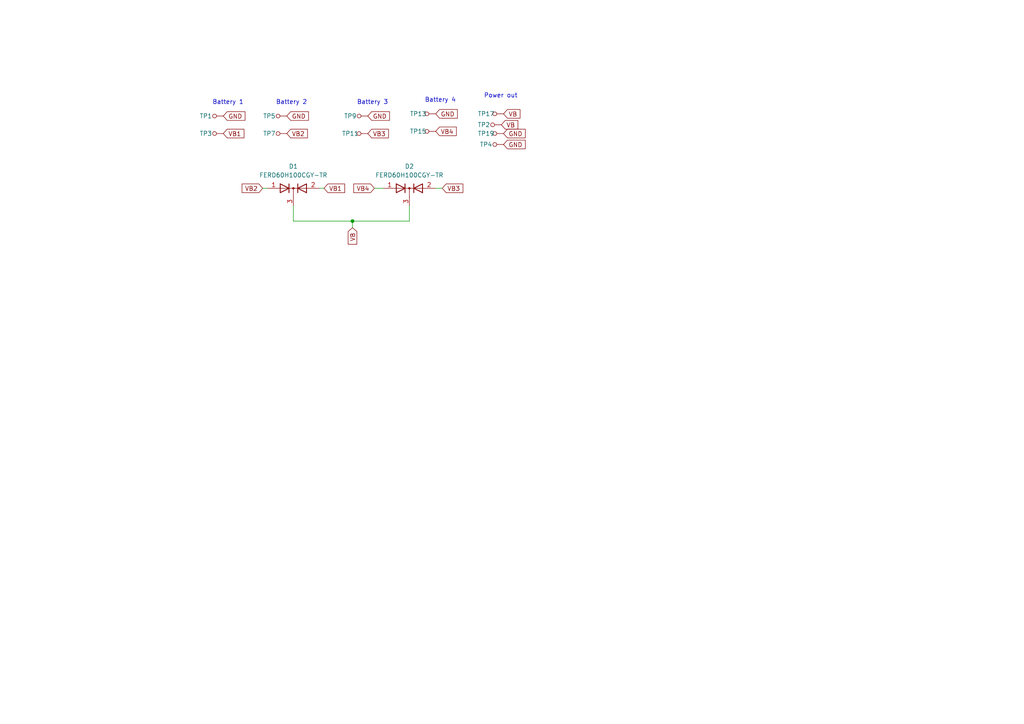
<source format=kicad_sch>
(kicad_sch (version 20230121) (generator eeschema)
  (paper "A4")
  (lib_symbols
    (symbol "Diode:BAV70M" (pin_names (offset 0.762) hide)
      (property "Reference" "D" (at 0.635 -2.54 0))
      (property "Value" "BAV70M" (at 0 2.54 0))
      (symbol "BAV70M_0_1"
        (polyline (pts (xy -3.81 0) (xy 3.81 0)))
        (polyline (pts (xy 0 0) (xy 0 -2.54)))
        (polyline (pts (xy -1.27 -1.27) (xy -1.27 1.27) (xy -1.27 1.27)) (stroke (width 0.254)))
        (polyline (pts (xy 1.27 -1.27) (xy 1.27 1.27) (xy 1.27 1.27)) (stroke (width 0.254)))
        (polyline (pts (xy -3.81 1.27) (xy -1.27 0) (xy -3.81 -1.27) (xy -3.81 1.27) (xy -3.81 1.27) (xy -3.81 1.27)) (stroke (width 0.254)))
        (polyline (pts (xy 3.81 -1.27) (xy 1.27 0) (xy 3.81 1.27) (xy 3.81 -1.27) (xy 3.81 -1.27) (xy 3.81 -1.27)) (stroke (width 0.254)))
        (circle (center 0 0) (radius 0.254) (fill (type outline)))
        (pin passive line (at -7.62 0 0) (length 3.81) (name "A") (number "1"))
        (pin passive line (at 7.62 0 180) (length 3.81) (name "A") (number "2"))
        (pin passive line (at 0 -5.08 90) (length 2.54) (name "K") (number "3"))
      )
    )
    (symbol "dk_Test-Points:5016" (pin_numbers hide) (pin_names (offset 1.016) hide)
      (property "Reference" "TP" (at -1.27 1.27 0))
      (symbol "5016_0_1"
        (circle (center 0 0) (radius 0.5588))
      )
      (symbol "5016_1_1"
        (pin passive line (at 0 2.54 270) (length 1.905) (name "~") (number "1"))
      )
    )
  )
  (junction (at 102.235 64.135))
  (wire (pts (xy 85.09 59.69) (xy 85.09 64.135)))
  (wire (pts (xy 76.2 54.61) (xy 77.47 54.61)))
  (wire (pts (xy 118.745 64.135) (xy 118.745 59.69)))
  (wire (pts (xy 102.235 64.135) (xy 118.745 64.135)))
  (wire (pts (xy 102.235 64.135) (xy 102.235 66.04)))
  (wire (pts (xy 128.27 54.61) (xy 126.365 54.61)))
  (wire (pts (xy 108.585 54.61) (xy 111.125 54.61)))
  (wire (pts (xy 85.09 64.135) (xy 102.235 64.135)))
  (wire (pts (xy 93.98 54.61) (xy 92.71 54.61)))
  (text "Battery 3\n" (at 103.505 30.48 0) (effects (font (size 1.27 1.27)) (justify left bottom)))
  (text "Battery 2\n" (at 80.01 30.48 0) (effects (font (size 1.27 1.27)) (justify left bottom)))
  (text "Battery 1\n" (at 61.595 30.48 0) (effects (font (size 1.27 1.27)) (justify left bottom)))
  (text "Battery 4\n" (at 123.19 29.845 0) (effects (font (size 1.27 1.27)) (justify left bottom)))
  (text "Power out\n" (at 140.335 28.575 0) (effects (font (size 1.27 1.27)) (justify left bottom)))
  (global_label "VB" (shape input) (at 102.235 66.04 270) (property "Intersheetrefs" "${INTERSHEET_REFS}" (effects hide)))
  (global_label "GND" (shape input) (at 64.77 33.655 0) (property "Intersheetrefs" "${INTERSHEET_REFS}" (effects hide)))
  (global_label "GND" (shape input) (at 106.68 33.655 0) (property "Intersheetrefs" "${INTERSHEET_REFS}" (effects hide)))
  (global_label "VB3" (shape input) (at 128.27 54.61 0) (property "Intersheetrefs" "${INTERSHEET_REFS}" (effects hide)))
  (global_label "VB4" (shape input) (at 108.585 54.61 180) (property "Intersheetrefs" "${INTERSHEET_REFS}" (effects hide)))
  (global_label "GND" (shape input) (at 146.05 38.735 0) (property "Intersheetrefs" "${INTERSHEET_REFS}" (effects hide)))
  (global_label "GND" (shape input) (at 126.365 33.02 0) (property "Intersheetrefs" "${INTERSHEET_REFS}" (effects hide)))
  (global_label "VB" (shape input) (at 146.05 33.02 0) (property "Intersheetrefs" "${INTERSHEET_REFS}" (effects hide)))
  (global_label "VB2" (shape input) (at 76.2 54.61 180) (property "Intersheetrefs" "${INTERSHEET_REFS}" (effects hide)))
  (global_label "VB4" (shape input) (at 126.365 38.1 0) (property "Intersheetrefs" "${INTERSHEET_REFS}" (effects hide)))
  (global_label "VB1" (shape input) (at 93.98 54.61 0) (property "Intersheetrefs" "${INTERSHEET_REFS}" (effects hide)))
  (global_label "GND" (shape input) (at 83.185 33.655 0) (property "Intersheetrefs" "${INTERSHEET_REFS}" (effects hide)))
  (global_label "VB" (shape input) (at 145.415 36.195 0) (property "Intersheetrefs" "${INTERSHEET_REFS}" (effects hide)))
  (global_label "GND" (shape input) (at 146.05 41.91 0) (property "Intersheetrefs" "${INTERSHEET_REFS}" (effects hide)))
  (global_label "VB2" (shape input) (at 83.185 38.735 0) (property "Intersheetrefs" "${INTERSHEET_REFS}" (effects hide)))
  (global_label "VB3" (shape input) (at 106.68 38.735 0) (property "Intersheetrefs" "${INTERSHEET_REFS}" (effects hide)))
  (global_label "VB1" (shape input) (at 64.77 38.735 0) (property "Intersheetrefs" "${INTERSHEET_REFS}" (effects hide)))
  (symbol (lib_id "dk_Test-Points:5016") (at 80.645 33.655 270) (unit 1)
    (property "Reference" "TP5" (at 78.105 33.655 90))
    (property "Value" "5016" (effects hide))
    (property "Footprint" "digikey-footprints:Test_Point_3.43x1.78mm" (effects hide))
    (property "Datasheet" "http://www.keyelco.com/product-pdf.cfm?p=1354" (effects hide))
    (property "Digi-Key_PN" "36-5016CT-ND" (effects hide))
    (property "MPN" "5016" (effects hide))
    (property "Category" "Test and Measurement" (effects hide))
    (property "Family" "Test Points" (effects hide))
    (property "DK_Datasheet_Link" "http://www.keyelco.com/product-pdf.cfm?p=1354" (effects hide))
    (property "DK_Detail_Page" "/product-detail/en/keystone-electronics/5016/36-5016CT-ND/278888" (effects hide))
    (property "Description" "PC TEST POINT COMPACT" (effects hide))
    (property "Manufacturer" "Keystone Electronics" (effects hide))
    (property "Status" "Active" (effects hide))
  )
  (symbol (lib_id "dk_Test-Points:5016") (at 123.825 38.1 270) (unit 1)
    (property "Reference" "TP15" (at 121.285 38.1 90))
    (property "Value" "5016" (effects hide))
    (property "Footprint" "digikey-footprints:Test_Point_3.43x1.78mm" (effects hide))
    (property "Datasheet" "http://www.keyelco.com/product-pdf.cfm?p=1354" (effects hide))
    (property "Digi-Key_PN" "36-5016CT-ND" (effects hide))
    (property "MPN" "5016" (effects hide))
    (property "Category" "Test and Measurement" (effects hide))
    (property "Family" "Test Points" (effects hide))
    (property "DK_Datasheet_Link" "http://www.keyelco.com/product-pdf.cfm?p=1354" (effects hide))
    (property "DK_Detail_Page" "/product-detail/en/keystone-electronics/5016/36-5016CT-ND/278888" (effects hide))
    (property "Description" "PC TEST POINT COMPACT" (effects hide))
    (property "Manufacturer" "Keystone Electronics" (effects hide))
    (property "Status" "Active" (effects hide))
  )
  (symbol (lib_id "dk_Test-Points:5016") (at 142.875 36.195 270) (unit 1)
    (property "Reference" "TP2" (at 140.335 36.195 90))
    (property "Value" "5016" (effects hide))
    (property "Footprint" "digikey-footprints:Test_Point_3.43x1.78mm" (effects hide))
    (property "Datasheet" "http://www.keyelco.com/product-pdf.cfm?p=1354" (effects hide))
    (property "Digi-Key_PN" "36-5016CT-ND" (effects hide))
    (property "MPN" "5016" (effects hide))
    (property "Category" "Test and Measurement" (effects hide))
    (property "Family" "Test Points" (effects hide))
    (property "DK_Datasheet_Link" "http://www.keyelco.com/product-pdf.cfm?p=1354" (effects hide))
    (property "DK_Detail_Page" "/product-detail/en/keystone-electronics/5016/36-5016CT-ND/278888" (effects hide))
    (property "Description" "PC TEST POINT COMPACT" (effects hide))
    (property "Manufacturer" "Keystone Electronics" (effects hide))
    (property "Status" "Active" (effects hide))
  )
  (symbol (lib_id "Diode:BAV70M") (at 118.745 54.61 0) (unit 1)
    (property "Reference" "D2" (at 118.745 48.26 0))
    (property "Value" "FERD60H100CGY-TR" (at 118.745 50.8 0))
    (property "Footprint" "Diode_SMD:STPS41L60CG-TR" (effects hide))
    (property "Datasheet" "https://www.digikey.com/en/products/detail/stmicroelectronics/FERD60H100CGY-TR/14324472" (effects hide))
  )
  (symbol (lib_id "dk_Test-Points:5016") (at 143.51 33.02 270) (unit 1)
    (property "Reference" "TP17" (at 140.97 33.02 90))
    (property "Value" "5016" (effects hide))
    (property "Footprint" "digikey-footprints:Test_Point_3.43x1.78mm" (effects hide))
    (property "Datasheet" "http://www.keyelco.com/product-pdf.cfm?p=1354" (effects hide))
    (property "Digi-Key_PN" "36-5016CT-ND" (effects hide))
    (property "MPN" "5016" (effects hide))
    (property "Category" "Test and Measurement" (effects hide))
    (property "Family" "Test Points" (effects hide))
    (property "DK_Datasheet_Link" "http://www.keyelco.com/product-pdf.cfm?p=1354" (effects hide))
    (property "DK_Detail_Page" "/product-detail/en/keystone-electronics/5016/36-5016CT-ND/278888" (effects hide))
    (property "Description" "PC TEST POINT COMPACT" (effects hide))
    (property "Manufacturer" "Keystone Electronics" (effects hide))
    (property "Status" "Active" (effects hide))
  )
  (symbol (lib_id "dk_Test-Points:5016") (at 123.825 33.02 270) (unit 1)
    (property "Reference" "TP13" (at 121.285 33.02 90))
    (property "Value" "5016" (effects hide))
    (property "Footprint" "digikey-footprints:Test_Point_3.43x1.78mm" (effects hide))
    (property "Datasheet" "http://www.keyelco.com/product-pdf.cfm?p=1354" (effects hide))
    (property "Digi-Key_PN" "36-5016CT-ND" (effects hide))
    (property "MPN" "5016" (effects hide))
    (property "Category" "Test and Measurement" (effects hide))
    (property "Family" "Test Points" (effects hide))
    (property "DK_Datasheet_Link" "http://www.keyelco.com/product-pdf.cfm?p=1354" (effects hide))
    (property "DK_Detail_Page" "/product-detail/en/keystone-electronics/5016/36-5016CT-ND/278888" (effects hide))
    (property "Description" "PC TEST POINT COMPACT" (effects hide))
    (property "Manufacturer" "Keystone Electronics" (effects hide))
    (property "Status" "Active" (effects hide))
  )
  (symbol (lib_id "dk_Test-Points:5016") (at 143.51 41.91 270) (unit 1)
    (property "Reference" "TP4" (at 140.97 41.91 90))
    (property "Value" "5016" (effects hide))
    (property "Footprint" "digikey-footprints:Test_Point_3.43x1.78mm" (effects hide))
    (property "Datasheet" "http://www.keyelco.com/product-pdf.cfm?p=1354" (effects hide))
    (property "Digi-Key_PN" "36-5016CT-ND" (effects hide))
    (property "MPN" "5016" (effects hide))
    (property "Category" "Test and Measurement" (effects hide))
    (property "Family" "Test Points" (effects hide))
    (property "DK_Datasheet_Link" "http://www.keyelco.com/product-pdf.cfm?p=1354" (effects hide))
    (property "DK_Detail_Page" "/product-detail/en/keystone-electronics/5016/36-5016CT-ND/278888" (effects hide))
    (property "Description" "PC TEST POINT COMPACT" (effects hide))
    (property "Manufacturer" "Keystone Electronics" (effects hide))
    (property "Status" "Active" (effects hide))
  )
  (symbol (lib_id "dk_Test-Points:5016") (at 143.51 38.735 270) (unit 1)
    (property "Reference" "TP19" (at 140.97 38.735 90))
    (property "Value" "5016" (effects hide))
    (property "Footprint" "digikey-footprints:Test_Point_3.43x1.78mm" (effects hide))
    (property "Datasheet" "http://www.keyelco.com/product-pdf.cfm?p=1354" (effects hide))
    (property "Digi-Key_PN" "36-5016CT-ND" (effects hide))
    (property "MPN" "5016" (effects hide))
    (property "Category" "Test and Measurement" (effects hide))
    (property "Family" "Test Points" (effects hide))
    (property "DK_Datasheet_Link" "http://www.keyelco.com/product-pdf.cfm?p=1354" (effects hide))
    (property "DK_Detail_Page" "/product-detail/en/keystone-electronics/5016/36-5016CT-ND/278888" (effects hide))
    (property "Description" "PC TEST POINT COMPACT" (effects hide))
    (property "Manufacturer" "Keystone Electronics" (effects hide))
    (property "Status" "Active" (effects hide))
  )
  (symbol (lib_id "dk_Test-Points:5016") (at 62.23 33.655 270) (unit 1)
    (property "Reference" "TP1" (at 59.69 33.655 90))
    (property "Value" "5016" (effects hide))
    (property "Footprint" "digikey-footprints:Test_Point_3.43x1.78mm" (effects hide))
    (property "Datasheet" "http://www.keyelco.com/product-pdf.cfm?p=1354" (effects hide))
    (property "Digi-Key_PN" "36-5016CT-ND" (effects hide))
    (property "MPN" "5016" (effects hide))
    (property "Category" "Test and Measurement" (effects hide))
    (property "Family" "Test Points" (effects hide))
    (property "DK_Datasheet_Link" "http://www.keyelco.com/product-pdf.cfm?p=1354" (effects hide))
    (property "DK_Detail_Page" "/product-detail/en/keystone-electronics/5016/36-5016CT-ND/278888" (effects hide))
    (property "Description" "PC TEST POINT COMPACT" (effects hide))
    (property "Manufacturer" "Keystone Electronics" (effects hide))
    (property "Status" "Active" (effects hide))
  )
  (symbol (lib_id "dk_Test-Points:5016") (at 104.14 38.735 270) (unit 1)
    (property "Reference" "TP11" (at 101.6 38.735 90))
    (property "Value" "5016" (effects hide))
    (property "Footprint" "digikey-footprints:Test_Point_3.43x1.78mm" (effects hide))
    (property "Datasheet" "http://www.keyelco.com/product-pdf.cfm?p=1354" (effects hide))
    (property "Digi-Key_PN" "36-5016CT-ND" (effects hide))
    (property "MPN" "5016" (effects hide))
    (property "Category" "Test and Measurement" (effects hide))
    (property "Family" "Test Points" (effects hide))
    (property "DK_Datasheet_Link" "http://www.keyelco.com/product-pdf.cfm?p=1354" (effects hide))
    (property "DK_Detail_Page" "/product-detail/en/keystone-electronics/5016/36-5016CT-ND/278888" (effects hide))
    (property "Description" "PC TEST POINT COMPACT" (effects hide))
    (property "Manufacturer" "Keystone Electronics" (effects hide))
    (property "Status" "Active" (effects hide))
  )
  (symbol (lib_id "dk_Test-Points:5016") (at 80.645 38.735 270) (unit 1)
    (property "Reference" "TP7" (at 78.105 38.735 90))
    (property "Value" "5016" (effects hide))
    (property "Footprint" "digikey-footprints:Test_Point_3.43x1.78mm" (effects hide))
    (property "Datasheet" "http://www.keyelco.com/product-pdf.cfm?p=1354" (effects hide))
    (property "Digi-Key_PN" "36-5016CT-ND" (effects hide))
    (property "MPN" "5016" (effects hide))
    (property "Category" "Test and Measurement" (effects hide))
    (property "Family" "Test Points" (effects hide))
    (property "DK_Datasheet_Link" "http://www.keyelco.com/product-pdf.cfm?p=1354" (effects hide))
    (property "DK_Detail_Page" "/product-detail/en/keystone-electronics/5016/36-5016CT-ND/278888" (effects hide))
    (property "Description" "PC TEST POINT COMPACT" (effects hide))
    (property "Manufacturer" "Keystone Electronics" (effects hide))
    (property "Status" "Active" (effects hide))
  )
  (symbol (lib_id "dk_Test-Points:5016") (at 104.14 33.655 270) (unit 1)
    (property "Reference" "TP9" (at 101.6 33.655 90))
    (property "Value" "5016" (effects hide))
    (property "Footprint" "digikey-footprints:Test_Point_3.43x1.78mm" (effects hide))
    (property "Datasheet" "http://www.keyelco.com/product-pdf.cfm?p=1354" (effects hide))
    (property "Digi-Key_PN" "36-5016CT-ND" (effects hide))
    (property "MPN" "5016" (effects hide))
    (property "Category" "Test and Measurement" (effects hide))
    (property "Family" "Test Points" (effects hide))
    (property "DK_Datasheet_Link" "http://www.keyelco.com/product-pdf.cfm?p=1354" (effects hide))
    (property "DK_Detail_Page" "/product-detail/en/keystone-electronics/5016/36-5016CT-ND/278888" (effects hide))
    (property "Description" "PC TEST POINT COMPACT" (effects hide))
    (property "Manufacturer" "Keystone Electronics" (effects hide))
    (property "Status" "Active" (effects hide))
  )
  (symbol (lib_id "Diode:BAV70M") (at 85.09 54.61 0) (unit 1)
    (property "Reference" "D1" (at 85.09 48.26 0))
    (property "Value" "FERD60H100CGY-TR" (at 85.09 50.8 0))
    (property "Footprint" "Diode_SMD:STPS41L60CG-TR" (effects hide))
    (property "Datasheet" "https://www.digikey.com/en/products/detail/stmicroelectronics/FERD60H100CGY-TR/14324472" (effects hide))
  )
  (symbol (lib_id "dk_Test-Points:5016") (at 62.23 38.735 270) (unit 1)
    (property "Reference" "TP3" (at 59.69 38.735 90))
    (property "Value" "5016" (effects hide))
    (property "Footprint" "digikey-footprints:Test_Point_3.43x1.78mm" (effects hide))
    (property "Datasheet" "http://www.keyelco.com/product-pdf.cfm?p=1354" (effects hide))
    (property "Digi-Key_PN" "36-5016CT-ND" (effects hide))
    (property "MPN" "5016" (effects hide))
    (property "Category" "Test and Measurement" (effects hide))
    (property "Family" "Test Points" (effects hide))
    (property "DK_Datasheet_Link" "http://www.keyelco.com/product-pdf.cfm?p=1354" (effects hide))
    (property "DK_Detail_Page" "/product-detail/en/keystone-electronics/5016/36-5016CT-ND/278888" (effects hide))
    (property "Description" "PC TEST POINT COMPACT" (effects hide))
    (property "Manufacturer" "Keystone Electronics" (effects hide))
    (property "Status" "Active" (effects hide))
  )
)
</source>
